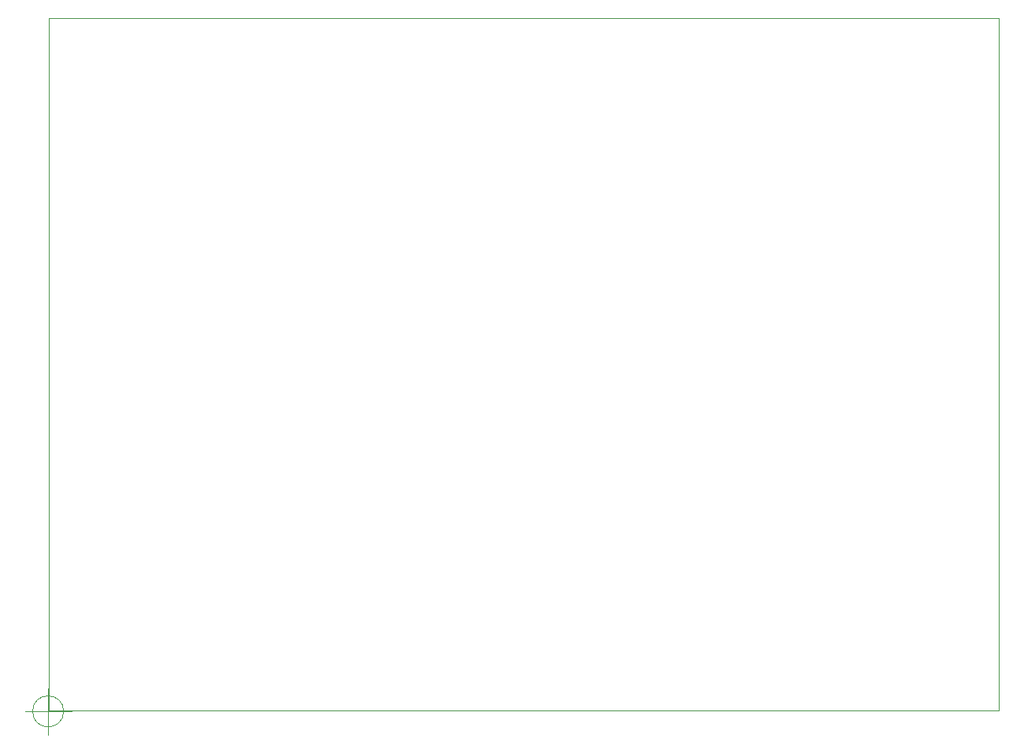
<source format=gm1>
G04 #@! TF.GenerationSoftware,KiCad,Pcbnew,6.0.2+dfsg-1*
G04 #@! TF.CreationDate,2024-03-01T17:34:34+01:00*
G04 #@! TF.ProjectId,controller_pcb,636f6e74-726f-46c6-9c65-725f7063622e,v01*
G04 #@! TF.SameCoordinates,Original*
G04 #@! TF.FileFunction,Profile,NP*
%FSLAX46Y46*%
G04 Gerber Fmt 4.6, Leading zero omitted, Abs format (unit mm)*
G04 Created by KiCad (PCBNEW 6.0.2+dfsg-1) date 2024-03-01 17:34:34*
%MOMM*%
%LPD*%
G01*
G04 APERTURE LIST*
G04 #@! TA.AperFunction,Profile*
%ADD10C,0.100000*%
G04 #@! TD*
G04 APERTURE END LIST*
D10*
X94148066Y-138099800D02*
G75*
G03*
X94148066Y-138099800I-1666666J0D01*
G01*
X89981400Y-138099800D02*
X94981400Y-138099800D01*
X92481400Y-135599800D02*
X92481400Y-140599800D01*
X194691000Y-63576200D02*
X194691000Y-138023600D01*
X92532200Y-138023600D02*
X92532200Y-63576200D01*
X194691000Y-138023600D02*
X92532200Y-138023600D01*
X92532200Y-63576200D02*
X194691000Y-63576200D01*
M02*

</source>
